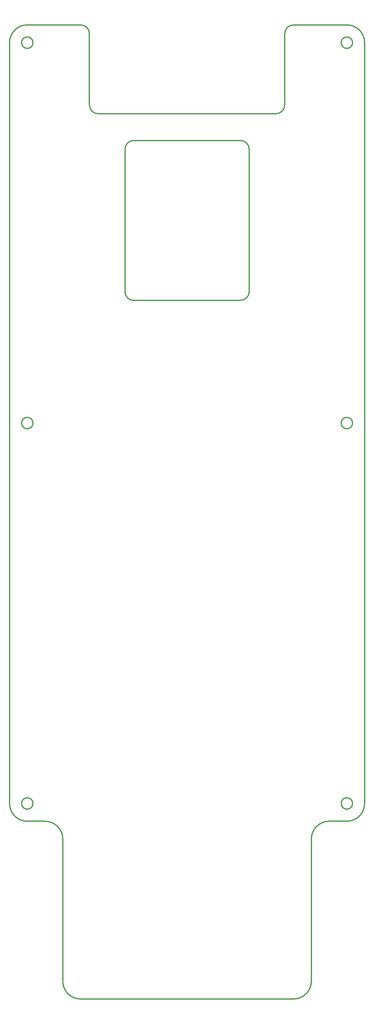
<source format=gbr>
%TF.GenerationSoftware,KiCad,Pcbnew,7.0.8*%
%TF.CreationDate,2023-11-23T20:50:37+01:00*%
%TF.ProjectId,main_board_v2,6d61696e-5f62-46f6-9172-645f76322e6b,rev?*%
%TF.SameCoordinates,Original*%
%TF.FileFunction,Profile,NP*%
%FSLAX46Y46*%
G04 Gerber Fmt 4.6, Leading zero omitted, Abs format (unit mm)*
G04 Created by KiCad (PCBNEW 7.0.8) date 2023-11-23 20:50:37*
%MOMM*%
%LPD*%
G01*
G04 APERTURE LIST*
%TA.AperFunction,Profile*%
%ADD10C,0.350000*%
%TD*%
G04 APERTURE END LIST*
D10*
X259957615Y-276019185D02*
G75*
G03*
X254957600Y-271019185I-5000015J-15D01*
G01*
X251557600Y-52019200D02*
G75*
G03*
X251557600Y-52019200I-1600000J0D01*
G01*
X264957600Y-47019200D02*
X249957600Y-47019200D01*
X312457600Y-122019200D02*
X312457600Y-82019200D01*
X244957615Y-266019185D02*
G75*
G03*
X249957600Y-271019185I4999985J-15D01*
G01*
X269957600Y-72019200D02*
X319957600Y-72019200D01*
X309957600Y-79519200D02*
X279957600Y-79519200D01*
X279957600Y-79519200D02*
G75*
G03*
X277457600Y-82019200I0J-2500000D01*
G01*
X344957600Y-266019185D02*
X344957600Y-52019200D01*
X339957600Y-271019200D02*
G75*
G03*
X344957600Y-266019185I100J4999900D01*
G01*
X249957600Y-47019200D02*
G75*
G03*
X244957600Y-52019200I0J-5000000D01*
G01*
X339957600Y-271019185D02*
X334957600Y-271019185D01*
X329957600Y-276019185D02*
X329957600Y-316019185D01*
X267457600Y-49519200D02*
X267457600Y-69519200D01*
X341557600Y-266019185D02*
G75*
G03*
X341557600Y-266019185I-1600000J0D01*
G01*
X344957600Y-52019200D02*
G75*
G03*
X339957600Y-47019200I-5000000J0D01*
G01*
X259957600Y-276019185D02*
X259957600Y-316019185D01*
X334957600Y-271019200D02*
G75*
G03*
X329957600Y-276019185I100J-5000100D01*
G01*
X324957600Y-321019200D02*
G75*
G03*
X329957600Y-316019185I100J4999900D01*
G01*
X322457600Y-49519200D02*
X322457600Y-69519200D01*
X312457600Y-82019200D02*
G75*
G03*
X309957600Y-79519200I-2500000J0D01*
G01*
X259957615Y-316019185D02*
G75*
G03*
X264957600Y-321019185I4999985J-15D01*
G01*
X309957600Y-124519200D02*
G75*
G03*
X312457600Y-122019200I0J2500000D01*
G01*
X319957600Y-72019200D02*
G75*
G03*
X322457600Y-69519200I0J2500000D01*
G01*
X251557600Y-159019185D02*
G75*
G03*
X251557600Y-159019185I-1600000J0D01*
G01*
X244957600Y-52019200D02*
X244957600Y-266019185D01*
X324957600Y-47019200D02*
G75*
G03*
X322457600Y-49519200I0J-2500000D01*
G01*
X324957600Y-321019185D02*
X294957600Y-321019185D01*
X249957600Y-271019185D02*
X254957600Y-271019185D01*
X279957600Y-124519200D02*
X309957600Y-124519200D01*
X341557600Y-159019185D02*
G75*
G03*
X341557600Y-159019185I-1600000J0D01*
G01*
X251557600Y-266019185D02*
G75*
G03*
X251557600Y-266019185I-1600000J0D01*
G01*
X277457600Y-82019200D02*
X277457600Y-122019200D01*
X267457600Y-69519200D02*
G75*
G03*
X269957600Y-72019200I2500000J0D01*
G01*
X267457600Y-49519200D02*
G75*
G03*
X264957600Y-47019200I-2500000J0D01*
G01*
X277457600Y-122019200D02*
G75*
G03*
X279957600Y-124519200I2500000J0D01*
G01*
X264957600Y-321019185D02*
X294957600Y-321019185D01*
X341557600Y-52019200D02*
G75*
G03*
X341557600Y-52019200I-1600000J0D01*
G01*
X339957600Y-47019200D02*
X324957600Y-47019200D01*
M02*

</source>
